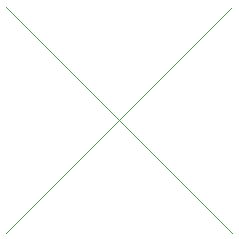
<source format=gbr>
%TF.GenerationSoftware,KiCad,Pcbnew,9.0.0*%
%TF.CreationDate,2025-03-31T12:07:15+01:00*%
%TF.ProjectId,vm_keycap_button_0.2,766d5f6b-6579-4636-9170-5f627574746f,v0.2*%
%TF.SameCoordinates,PX5742de0PY47868c0*%
%TF.FileFunction,AssemblyDrawing,Bot*%
%FSLAX45Y45*%
G04 Gerber Fmt 4.5, Leading zero omitted, Abs format (unit mm)*
G04 Created by KiCad (PCBNEW 9.0.0) date 2025-03-31 12:07:15*
%MOMM*%
%LPD*%
G01*
G04 APERTURE LIST*
%ADD10C,0.100000*%
G04 APERTURE END LIST*
D10*
X-307500Y957500D02*
X1607500Y-957500D01*
X-307500Y-957500D02*
X1607500Y957500D01*
M02*

</source>
